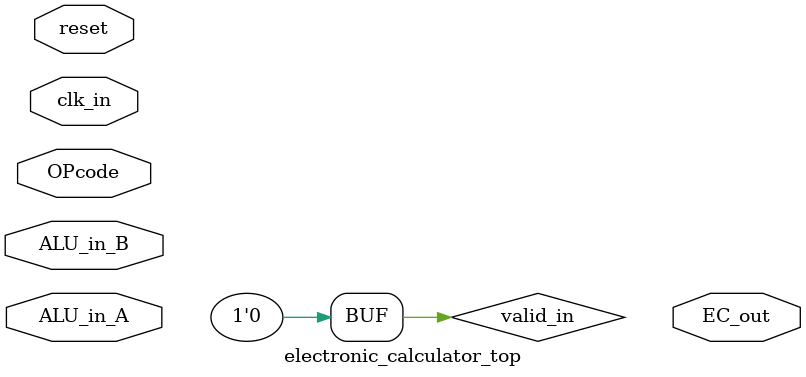
<source format=v>
`timescale 1ns / 1ps

module electronic_calculator_top(
        clk_in,
        reset,
        ALU_in_A,
        ALU_in_B,
        OPcode,
        EC_out
    );
    
    input  clk_in;
    input  reset;
    input wire [31:0] ALU_in_A, ALU_in_B;
    input wire [3:0] OPcode;
    output reg [31:0] EC_out;
    
    wire clk_300MHz;
    wire locked;
    wire [31:0] ALU_out;
    wire valid_out;
    reg valid_in = 1'b0;
    
    /*CORE MODULES*/
    

   clk_300_mhz clk_300_mhz(
       .clk_in1     (clk_in),
       .clk_out1    (clk_300MHz),
       .locked      (locked),
       .reset       (reset)
   );
    
    ALU ALU(
        .clk        (clk_300MHz),
        .rst        (reset),           // Added Reset
        .valid_in   (valid_in),   // Handshake: new operation is valid
        .in_A       (ALU_in_A),
        .in_B       (ALU_in_B),
        .opcode     (OPcode),
        .valid_out  (valid_out),    // Handshake: result is valid
        .ALU_out    (ALU_out)
    );

endmodule

</source>
